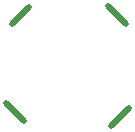
<source format=gbo>
G04 Layer_Color=32896*
%FSLAX25Y25*%
%MOIN*%
G70*
G01*
G75*
%ADD37C,0.01968*%
D37*
X57815Y62500D02*
X63815Y56500D01*
X25815D02*
X31315Y62000D01*
X23815Y30000D02*
X29815Y24000D01*
X58815Y22500D02*
X64815Y28500D01*
M02*

</source>
